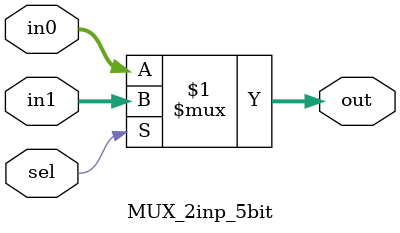
<source format=v>
`timescale 1ns / 1ps


module MUX_2inp_5bit(
    input [4:0] in0,
    input [4:0] in1,
    input sel,
    output [4:0] out
    );
    
    assign out = sel? in1: in0;
endmodule

</source>
